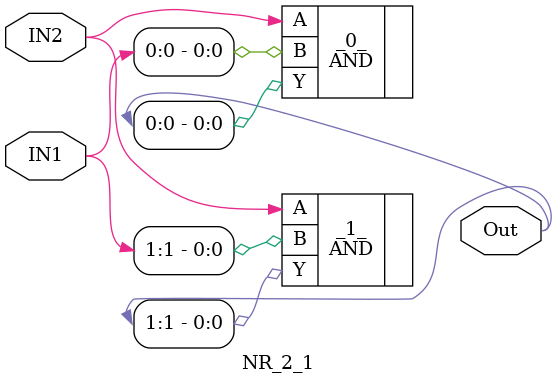
<source format=v>
/* Generated by Yosys 0.45+139 (git sha1 8e1e2b9a3, g++ 12.2.0-14 -fPIC -O3) */

module NR_2_1(IN1, IN2, Out);
  input [1:0] IN1;
  wire [1:0] IN1;
  input IN2;
  wire IN2;
  output [1:0] Out;
  wire [1:0] Out;
  AND _0_ (
    .A(IN2),
    .B(IN1[0]),
    .Y(Out[0])
  );
  AND _1_ (
    .A(IN2),
    .B(IN1[1]),
    .Y(Out[1])
  );
endmodule

</source>
